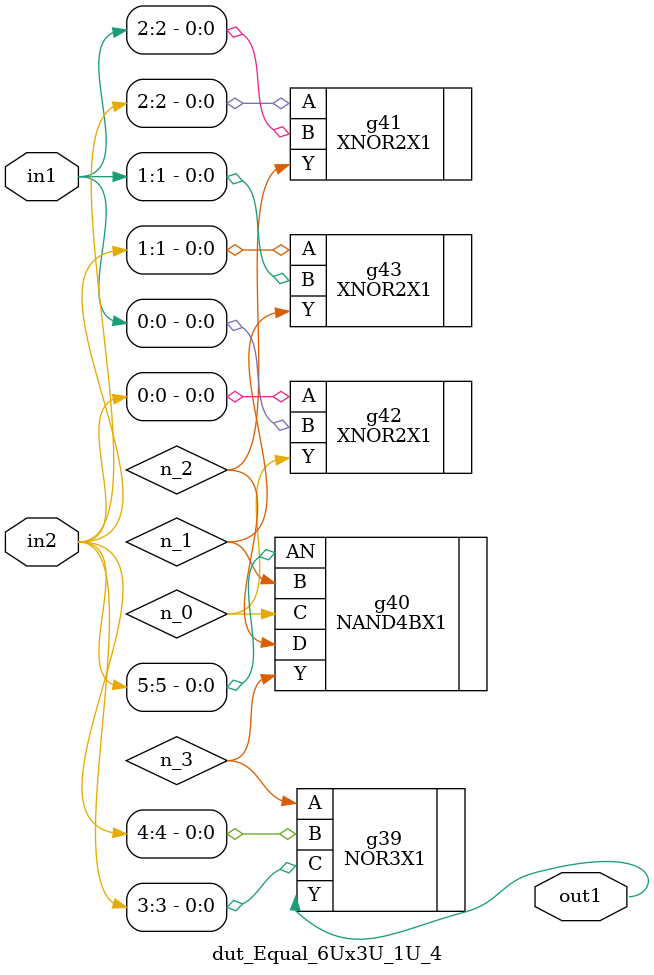
<source format=v>
`timescale 1ps / 1ps


module dut_Equal_6Ux3U_1U_4(in2, in1, out1);
  input [5:0] in2;
  input [2:0] in1;
  output out1;
  wire [5:0] in2;
  wire [2:0] in1;
  wire out1;
  wire n_0, n_1, n_2, n_3;
  NOR3X1 g39(.A (n_3), .B (in2[4]), .C (in2[3]), .Y (out1));
  NAND4BX1 g40(.AN (in2[5]), .B (n_1), .C (n_0), .D (n_2), .Y (n_3));
  XNOR2X1 g41(.A (in2[2]), .B (in1[2]), .Y (n_2));
  XNOR2X1 g43(.A (in2[1]), .B (in1[1]), .Y (n_1));
  XNOR2X1 g42(.A (in2[0]), .B (in1[0]), .Y (n_0));
endmodule



</source>
